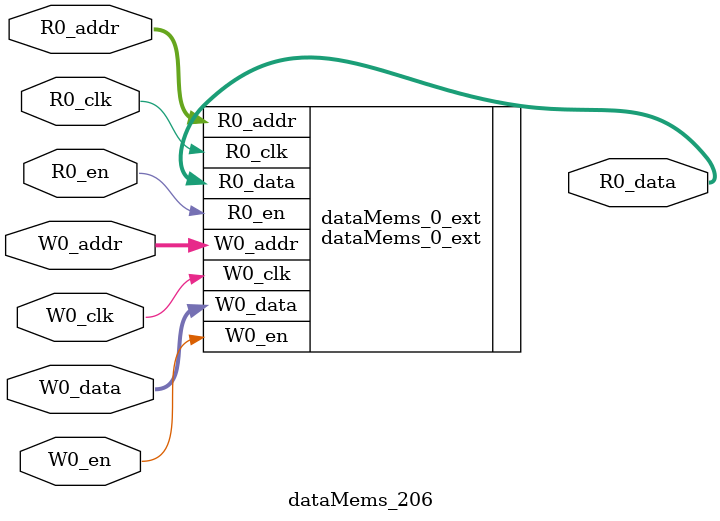
<source format=sv>
`ifndef RANDOMIZE
  `ifdef RANDOMIZE_REG_INIT
    `define RANDOMIZE
  `endif // RANDOMIZE_REG_INIT
`endif // not def RANDOMIZE
`ifndef RANDOMIZE
  `ifdef RANDOMIZE_MEM_INIT
    `define RANDOMIZE
  `endif // RANDOMIZE_MEM_INIT
`endif // not def RANDOMIZE

`ifndef RANDOM
  `define RANDOM $random
`endif // not def RANDOM

// Users can define 'PRINTF_COND' to add an extra gate to prints.
`ifndef PRINTF_COND_
  `ifdef PRINTF_COND
    `define PRINTF_COND_ (`PRINTF_COND)
  `else  // PRINTF_COND
    `define PRINTF_COND_ 1
  `endif // PRINTF_COND
`endif // not def PRINTF_COND_

// Users can define 'ASSERT_VERBOSE_COND' to add an extra gate to assert error printing.
`ifndef ASSERT_VERBOSE_COND_
  `ifdef ASSERT_VERBOSE_COND
    `define ASSERT_VERBOSE_COND_ (`ASSERT_VERBOSE_COND)
  `else  // ASSERT_VERBOSE_COND
    `define ASSERT_VERBOSE_COND_ 1
  `endif // ASSERT_VERBOSE_COND
`endif // not def ASSERT_VERBOSE_COND_

// Users can define 'STOP_COND' to add an extra gate to stop conditions.
`ifndef STOP_COND_
  `ifdef STOP_COND
    `define STOP_COND_ (`STOP_COND)
  `else  // STOP_COND
    `define STOP_COND_ 1
  `endif // STOP_COND
`endif // not def STOP_COND_

// Users can define INIT_RANDOM as general code that gets injected into the
// initializer block for modules with registers.
`ifndef INIT_RANDOM
  `define INIT_RANDOM
`endif // not def INIT_RANDOM

// If using random initialization, you can also define RANDOMIZE_DELAY to
// customize the delay used, otherwise 0.002 is used.
`ifndef RANDOMIZE_DELAY
  `define RANDOMIZE_DELAY 0.002
`endif // not def RANDOMIZE_DELAY

// Define INIT_RANDOM_PROLOG_ for use in our modules below.
`ifndef INIT_RANDOM_PROLOG_
  `ifdef RANDOMIZE
    `ifdef VERILATOR
      `define INIT_RANDOM_PROLOG_ `INIT_RANDOM
    `else  // VERILATOR
      `define INIT_RANDOM_PROLOG_ `INIT_RANDOM #`RANDOMIZE_DELAY begin end
    `endif // VERILATOR
  `else  // RANDOMIZE
    `define INIT_RANDOM_PROLOG_
  `endif // RANDOMIZE
`endif // not def INIT_RANDOM_PROLOG_

// Include register initializers in init blocks unless synthesis is set
`ifndef SYNTHESIS
  `ifndef ENABLE_INITIAL_REG_
    `define ENABLE_INITIAL_REG_
  `endif // not def ENABLE_INITIAL_REG_
`endif // not def SYNTHESIS

// Include rmemory initializers in init blocks unless synthesis is set
`ifndef SYNTHESIS
  `ifndef ENABLE_INITIAL_MEM_
    `define ENABLE_INITIAL_MEM_
  `endif // not def ENABLE_INITIAL_MEM_
`endif // not def SYNTHESIS

module dataMems_206(	// @[generators/ara/src/main/scala/UnsafeAXI4ToTL.scala:365:62]
  input  [4:0]   R0_addr,
  input          R0_en,
  input          R0_clk,
  output [130:0] R0_data,
  input  [4:0]   W0_addr,
  input          W0_en,
  input          W0_clk,
  input  [130:0] W0_data
);

  dataMems_0_ext dataMems_0_ext (	// @[generators/ara/src/main/scala/UnsafeAXI4ToTL.scala:365:62]
    .R0_addr (R0_addr),
    .R0_en   (R0_en),
    .R0_clk  (R0_clk),
    .R0_data (R0_data),
    .W0_addr (W0_addr),
    .W0_en   (W0_en),
    .W0_clk  (W0_clk),
    .W0_data (W0_data)
  );
endmodule


</source>
